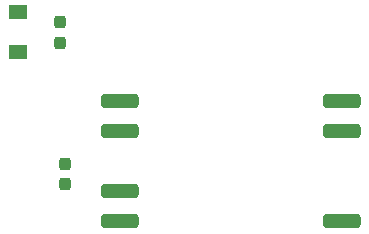
<source format=gbr>
%TF.GenerationSoftware,KiCad,Pcbnew,6.0.1-79c1e3a40b~116~ubuntu20.04.1*%
%TF.CreationDate,2022-10-25T16:13:21+09:00*%
%TF.ProjectId,Voltage-sensor-mother-board,566f6c74-6167-4652-9d73-656e736f722d,1.3*%
%TF.SameCoordinates,Original*%
%TF.FileFunction,Paste,Top*%
%TF.FilePolarity,Positive*%
%FSLAX46Y46*%
G04 Gerber Fmt 4.6, Leading zero omitted, Abs format (unit mm)*
G04 Created by KiCad (PCBNEW 6.0.1-79c1e3a40b~116~ubuntu20.04.1) date 2022-10-25 16:13:21*
%MOMM*%
%LPD*%
G01*
G04 APERTURE LIST*
G04 Aperture macros list*
%AMRoundRect*
0 Rectangle with rounded corners*
0 $1 Rounding radius*
0 $2 $3 $4 $5 $6 $7 $8 $9 X,Y pos of 4 corners*
0 Add a 4 corners polygon primitive as box body*
4,1,4,$2,$3,$4,$5,$6,$7,$8,$9,$2,$3,0*
0 Add four circle primitives for the rounded corners*
1,1,$1+$1,$2,$3*
1,1,$1+$1,$4,$5*
1,1,$1+$1,$6,$7*
1,1,$1+$1,$8,$9*
0 Add four rect primitives between the rounded corners*
20,1,$1+$1,$2,$3,$4,$5,0*
20,1,$1+$1,$4,$5,$6,$7,0*
20,1,$1+$1,$6,$7,$8,$9,0*
20,1,$1+$1,$8,$9,$2,$3,0*%
G04 Aperture macros list end*
%ADD10R,1.600000X1.200000*%
%ADD11RoundRect,0.237500X-0.237500X0.287500X-0.237500X-0.287500X0.237500X-0.287500X0.237500X0.287500X0*%
%ADD12RoundRect,0.237500X0.237500X-0.300000X0.237500X0.300000X-0.237500X0.300000X-0.237500X-0.300000X0*%
%ADD13RoundRect,0.300000X1.300000X0.300000X-1.300000X0.300000X-1.300000X-0.300000X1.300000X-0.300000X0*%
G04 APERTURE END LIST*
D10*
%TO.C,D2*%
X105000000Y-82300000D03*
X105000000Y-85700000D03*
%TD*%
D11*
%TO.C,D1*%
X108500000Y-83125000D03*
X108500000Y-84875000D03*
%TD*%
D12*
%TO.C,C1*%
X109000000Y-96862500D03*
X109000000Y-95137500D03*
%TD*%
D13*
%TO.C,U1*%
X132400000Y-100000000D03*
X132400000Y-92380000D03*
X132400000Y-89840000D03*
X113600000Y-89840000D03*
X113600000Y-92380000D03*
X113600000Y-97460000D03*
X113600000Y-100000000D03*
%TD*%
M02*

</source>
